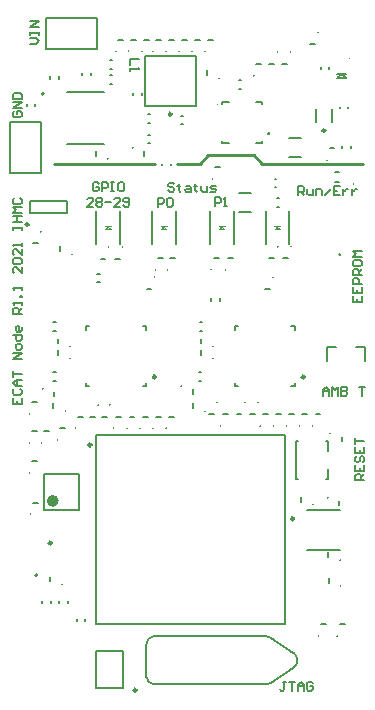
<source format=gto>
G04*
G04 #@! TF.GenerationSoftware,Altium Limited,Altium Designer,21.0.9 (235)*
G04*
G04 Layer_Color=65535*
%FSLAX25Y25*%
%MOIN*%
G70*
G04*
G04 #@! TF.SameCoordinates,4C2DBE1E-8494-471D-9509-704978DB3033*
G04*
G04*
G04 #@! TF.FilePolarity,Positive*
G04*
G01*
G75*
%ADD10C,0.00787*%
%ADD11C,0.00700*%
%ADD12C,0.00984*%
%ADD13C,0.00394*%
%ADD14C,0.00598*%
%ADD15C,0.01968*%
%ADD16C,0.00551*%
%ADD17C,0.00600*%
%ADD18C,0.00500*%
%ADD19C,0.00591*%
%ADD20C,0.01000*%
%ADD21C,0.00800*%
%ADD22C,0.00669*%
%ADD23C,0.00492*%
%ADD24R,0.00295X0.00886*%
%ADD25R,0.00295X0.00591*%
D10*
X9995Y40014D02*
G03*
X9995Y40014I-394J0D01*
G01*
X12165Y200512D02*
G03*
X12165Y200512I-394J0D01*
G01*
X29528Y86614D02*
X92520D01*
Y23622D02*
Y86614D01*
X29528Y23622D02*
X92520D01*
X29528D02*
Y86614D01*
X17324Y30706D02*
Y31494D01*
X20276Y30706D02*
Y31494D01*
X104429Y208703D02*
Y209490D01*
X107382Y208703D02*
Y209490D01*
X15354Y124311D02*
X16142D01*
X15354Y121358D02*
X16142D01*
X108268Y191142D02*
Y195472D01*
X102756Y191142D02*
Y195472D01*
X12205Y61820D02*
X24016D01*
Y73613D01*
X12205D02*
X24016D01*
X12205Y61820D02*
Y73613D01*
X95866Y102953D02*
Y104134D01*
Y121850D02*
Y123031D01*
X75787D02*
X76968D01*
X94685D02*
X95866D01*
X75787Y102953D02*
Y104134D01*
Y121850D02*
Y123031D01*
Y102953D02*
X76968D01*
X94685D02*
X95866D01*
X46260D02*
Y104134D01*
Y121850D02*
Y123031D01*
X26181D02*
X27362D01*
X45079D02*
X46260D01*
X26181Y102953D02*
Y104134D01*
Y121850D02*
Y123031D01*
Y102953D02*
X27362D01*
X45079D02*
X46260D01*
X71653Y184252D02*
X73819D01*
X82874D02*
X85039D01*
X82874Y197638D02*
X85039D01*
X71653D02*
X73819D01*
X71653Y197008D02*
Y197638D01*
Y184252D02*
Y184882D01*
X85039Y184252D02*
Y184882D01*
Y197008D02*
Y197638D01*
X77362Y202165D02*
X77756D01*
X77362Y204921D02*
X77756D01*
X113689Y195587D02*
Y195980D01*
X110933Y195587D02*
Y195980D01*
X89173Y172244D02*
X89567D01*
X89173Y169488D02*
X89567D01*
X23122Y24903D02*
Y25297D01*
X25878Y24903D02*
Y25297D01*
X25000Y206890D02*
Y207283D01*
X27756Y206890D02*
Y207283D01*
X51662Y176783D02*
Y177176D01*
X54418Y176783D02*
Y177176D01*
X47047Y186811D02*
X47441D01*
X47047Y184055D02*
X47441D01*
X45866Y196260D02*
X62795D01*
Y213189D01*
X45866D02*
X62795D01*
X45866Y196260D02*
Y213189D01*
X64173Y124311D02*
X64961D01*
X64173Y121358D02*
X64961D01*
X70755Y131496D02*
Y132283D01*
X67802Y131496D02*
Y132283D01*
X63779Y107776D02*
X64567D01*
X63779Y104823D02*
X64567D01*
X30006Y140576D02*
X30794D01*
X30006Y137624D02*
X30794D01*
X15354Y107776D02*
X16142D01*
X15354Y104823D02*
X16142D01*
X14676Y30706D02*
Y31494D01*
X11724Y30706D02*
Y31494D01*
X57874Y193209D02*
X58661D01*
X57874Y190256D02*
X58661D01*
X111516Y182283D02*
Y183071D01*
X114469Y182283D02*
Y183071D01*
X46850Y190650D02*
X47638D01*
X46850Y193602D02*
X47638D01*
X44783Y200000D02*
Y200787D01*
X41831Y200000D02*
Y200787D01*
X34252Y211713D02*
X35039D01*
X34252Y208760D02*
X35039D01*
X34252Y206594D02*
X35039D01*
X34252Y203642D02*
X35039D01*
X6424Y196306D02*
Y197094D01*
X9376Y196306D02*
Y197094D01*
X89764Y162697D02*
X90551D01*
X89764Y165650D02*
X90551D01*
X14272Y205512D02*
Y206299D01*
X17224Y205512D02*
Y206299D01*
X7698Y160731D02*
Y164669D01*
X19902Y160731D02*
Y164669D01*
X7698Y160731D02*
X19902D01*
X7698Y164669D02*
X19902D01*
X100000Y48425D02*
X111024D01*
X100000Y61811D02*
X111024D01*
X29672Y14702D02*
X38728D01*
X29672Y2498D02*
X38728D01*
X29672D02*
Y14702D01*
X38728Y2498D02*
Y14702D01*
X96260Y72047D02*
X96752D01*
X106398D02*
X106890D01*
Y81398D02*
Y84646D01*
Y72047D02*
Y75295D01*
X96260Y84646D02*
X96752D01*
X106398D02*
X106890D01*
X96260Y72047D02*
Y84646D01*
D11*
X82158Y206530D02*
G03*
X82158Y206530I-100J0D01*
G01*
X11400Y84200D02*
G03*
X11400Y84200I-100J0D01*
G01*
X103500Y221000D02*
G03*
X103500Y221000I-100J0D01*
G01*
X88682Y89801D02*
G03*
X88682Y89801I-100J0D01*
G01*
X33528Y178909D02*
G03*
X33528Y178909I-100J0D01*
G01*
X68567Y112373D02*
G03*
X68567Y112373I-100J0D01*
G01*
Y116310D02*
G03*
X68567Y116310I-100J0D01*
G01*
X83509Y97601D02*
G03*
X83509Y97601I-100J0D01*
G01*
X110000Y19722D02*
G03*
X110000Y19722I-100J0D01*
G01*
X103812D02*
G03*
X103812Y19722I-100J0D01*
G01*
X110969Y45050D02*
G03*
X110969Y45050I-100J0D01*
G01*
X111087Y36389D02*
G03*
X111087Y36389I-100J0D01*
G01*
X102032Y63554D02*
G03*
X102032Y63554I-100J0D01*
G01*
X106830Y65917D02*
G03*
X106830Y65917I-100J0D01*
G01*
X107617Y87233D02*
G03*
X107617Y87233I-100J0D01*
G01*
X84295Y89801D02*
G03*
X84295Y89801I-100J0D01*
G01*
X70010Y97601D02*
G03*
X70010Y97601I-100J0D01*
G01*
X53024Y89013D02*
G03*
X53024Y89013I-100J0D01*
G01*
X101843Y89801D02*
G03*
X101843Y89801I-100J0D01*
G01*
X97456D02*
G03*
X97456Y89801I-100J0D01*
G01*
X93069D02*
G03*
X93069Y89801I-100J0D01*
G01*
X79122Y97601D02*
G03*
X79122Y97601I-100J0D01*
G01*
X71135Y89801D02*
G03*
X71135Y89801I-100J0D01*
G01*
X35477Y89013D02*
G03*
X35477Y89013I-100J0D01*
G01*
X48637D02*
G03*
X48637Y89013I-100J0D01*
G01*
X39863D02*
G03*
X39863Y89013I-100J0D01*
G01*
X34183Y96813D02*
G03*
X34183Y96813I-100J0D01*
G01*
X22709Y89013D02*
G03*
X22709Y89013I-100J0D01*
G01*
X44251D02*
G03*
X44251Y89013I-100J0D01*
G01*
X58011Y102981D02*
G03*
X58011Y102981I-100J0D01*
G01*
X20929Y116310D02*
G03*
X20929Y116310I-100J0D01*
G01*
Y112373D02*
G03*
X20929Y112373I-100J0D01*
G01*
X19400Y94800D02*
G03*
X19400Y94800I-100J0D01*
G01*
X11800Y102200D02*
G03*
X11800Y102200I-100J0D01*
G01*
X7355Y93738D02*
G03*
X7355Y93738I-100J0D01*
G01*
X67985Y141887D02*
G03*
X67985Y141887I-100J0D01*
G01*
X72710D02*
G03*
X72710Y141887I-100J0D01*
G01*
X53418D02*
G03*
X53418Y141887I-100J0D01*
G01*
X49481Y141769D02*
G03*
X49481Y141769I-100J0D01*
G01*
X38514Y149452D02*
G03*
X38514Y149452I-100J0D01*
G01*
X33790D02*
G03*
X33790Y149452I-100J0D01*
G01*
X90089Y149569D02*
G03*
X90089Y149569I-100J0D01*
G01*
X94613D02*
G03*
X94613Y149569I-100J0D01*
G01*
X106568Y178384D02*
G03*
X106568Y178384I-100J0D01*
G01*
X115443Y170335D02*
G03*
X115443Y170335I-100J0D01*
G01*
X68379Y172084D02*
G03*
X68379Y172084I-100J0D01*
G01*
X90089Y214330D02*
G03*
X90089Y214330I-100J0D01*
G01*
X70535Y205680D02*
G03*
X70535Y205680I-100J0D01*
G01*
X21600Y147000D02*
G03*
X21600Y147000I-100J0D01*
G01*
X11300Y154500D02*
G03*
X11300Y154500I-100J0D01*
G01*
X30303Y96813D02*
G03*
X30303Y96813I-100J0D01*
G01*
X7355Y74053D02*
G03*
X7355Y74053I-100J0D01*
G01*
X7749Y60273D02*
G03*
X7749Y60273I-100J0D01*
G01*
X18173Y36946D02*
G03*
X18173Y36946I-100J0D01*
G01*
X16804Y85076D02*
G03*
X16804Y85076I-100J0D01*
G01*
X7355Y84200D02*
G03*
X7355Y84200I-100J0D01*
G01*
X65811Y94657D02*
G03*
X65811Y94657I-100J0D01*
G01*
X900Y174100D02*
X11300D01*
Y191100D01*
X900D02*
X11300D01*
X900Y174100D02*
Y191100D01*
X29900Y215500D02*
Y225900D01*
X12900D02*
X29900D01*
X12900Y215500D02*
Y225900D01*
Y215500D02*
X29900D01*
X94063Y185877D02*
X98063D01*
X94063Y179477D02*
X98063D01*
X109261Y174535D02*
X110442D01*
X109252Y171135D02*
X110433D01*
X30449Y170578D02*
X29949Y171078D01*
X28949D01*
X28449Y170578D01*
Y168579D01*
X28949Y168079D01*
X29949D01*
X30449Y168579D01*
Y169578D01*
X29449D01*
X31449Y168079D02*
Y171078D01*
X32948D01*
X33448Y170578D01*
Y169578D01*
X32948Y169079D01*
X31449D01*
X34448Y171078D02*
X35447D01*
X34947D01*
Y168079D01*
X34448D01*
X35447D01*
X38446Y171078D02*
X37446D01*
X36947Y170578D01*
Y168579D01*
X37446Y168079D01*
X38446D01*
X38946Y168579D01*
Y170578D01*
X38446Y171078D01*
X28699Y162800D02*
X26700D01*
X28699Y164799D01*
Y165299D01*
X28199Y165799D01*
X27200D01*
X26700Y165299D01*
X29699D02*
X30199Y165799D01*
X31199D01*
X31698Y165299D01*
Y164799D01*
X31199Y164299D01*
X31698Y163800D01*
Y163300D01*
X31199Y162800D01*
X30199D01*
X29699Y163300D01*
Y163800D01*
X30199Y164299D01*
X29699Y164799D01*
Y165299D01*
X30199Y164299D02*
X31199D01*
X32698D02*
X34697D01*
X37696Y162800D02*
X35697D01*
X37696Y164799D01*
Y165299D01*
X37197Y165799D01*
X36197D01*
X35697Y165299D01*
X38696Y163300D02*
X39196Y162800D01*
X40196D01*
X40696Y163300D01*
Y165299D01*
X40196Y165799D01*
X39196D01*
X38696Y165299D01*
Y164799D01*
X39196Y164299D01*
X40696D01*
X7601Y217100D02*
X9600D01*
X10600Y218100D01*
X9600Y219099D01*
X7601D01*
Y220099D02*
Y221099D01*
Y220599D01*
X10600D01*
Y220099D01*
Y221099D01*
Y222598D02*
X7601D01*
X10600Y224598D01*
X7601D01*
X2301Y194699D02*
X1801Y194200D01*
Y193200D01*
X2301Y192700D01*
X4300D01*
X4800Y193200D01*
Y194200D01*
X4300Y194699D01*
X3300D01*
Y193700D01*
X4800Y195699D02*
X1801D01*
X4800Y197698D01*
X1801D01*
Y198698D02*
X4800D01*
Y200198D01*
X4300Y200697D01*
X2301D01*
X1801Y200198D01*
Y198698D01*
X1813Y99156D02*
Y97157D01*
X4812D01*
Y99156D01*
X3312Y97157D02*
Y98156D01*
X2313Y102155D02*
X1813Y101655D01*
Y100656D01*
X2313Y100156D01*
X4312D01*
X4812Y100656D01*
Y101655D01*
X4312Y102155D01*
X4812Y103155D02*
X2812D01*
X1813Y104154D01*
X2812Y105154D01*
X4812D01*
X3312D01*
Y103155D01*
X1813Y106154D02*
Y108153D01*
Y107153D01*
X4812D01*
Y112152D02*
X1813D01*
X4812Y114151D01*
X1813D01*
X4812Y115651D02*
Y116650D01*
X4312Y117150D01*
X3312D01*
X2812Y116650D01*
Y115651D01*
X3312Y115151D01*
X4312D01*
X4812Y115651D01*
X1813Y120149D02*
X4812D01*
Y118650D01*
X4312Y118150D01*
X3312D01*
X2812Y118650D01*
Y120149D01*
X4812Y122649D02*
Y121649D01*
X4312Y121149D01*
X3312D01*
X2812Y121649D01*
Y122649D01*
X3312Y123148D01*
X3812D01*
Y121149D01*
X4812Y127147D02*
X1813D01*
Y128647D01*
X2313Y129146D01*
X3312D01*
X3812Y128647D01*
Y127147D01*
Y128147D02*
X4812Y129146D01*
Y130146D02*
Y131146D01*
Y130646D01*
X1813D01*
X2313Y130146D01*
X4812Y132645D02*
X4312D01*
Y133145D01*
X4812D01*
Y132645D01*
Y135144D02*
Y136144D01*
Y135644D01*
X1813D01*
X2313Y135144D01*
X4812Y142642D02*
Y140643D01*
X2812Y142642D01*
X2313D01*
X1813Y142142D01*
Y141142D01*
X2313Y140643D01*
Y143642D02*
X1813Y144141D01*
Y145141D01*
X2313Y145641D01*
X4312D01*
X4812Y145141D01*
Y144141D01*
X4312Y143642D01*
X2313D01*
X4812Y148640D02*
Y146641D01*
X2812Y148640D01*
X2313D01*
X1813Y148140D01*
Y147141D01*
X2313Y146641D01*
X4812Y149640D02*
Y150639D01*
Y150140D01*
X1813D01*
X2313Y149640D01*
X1813Y155138D02*
Y156138D01*
Y155638D01*
X4812D01*
Y155138D01*
Y156138D01*
X1813Y157637D02*
X4812D01*
X3312D01*
Y159636D01*
X1813D01*
X4812D01*
Y160636D02*
X1813D01*
X2812Y161636D01*
X1813Y162636D01*
X4812D01*
X2313Y165635D02*
X1813Y165135D01*
Y164135D01*
X2313Y163635D01*
X4312D01*
X4812Y164135D01*
Y165135D01*
X4312Y165635D01*
X115201Y132999D02*
Y131000D01*
X118200D01*
Y132999D01*
X116700Y131000D02*
Y132000D01*
X115201Y135998D02*
Y133999D01*
X118200D01*
Y135998D01*
X116700Y133999D02*
Y134999D01*
X118200Y136998D02*
X115201D01*
Y138498D01*
X115701Y138997D01*
X116700D01*
X117200Y138498D01*
Y136998D01*
X118200Y139997D02*
X115201D01*
Y141497D01*
X115701Y141996D01*
X116700D01*
X117200Y141497D01*
Y139997D01*
Y140997D02*
X118200Y141996D01*
X115201Y144496D02*
Y143496D01*
X115701Y142996D01*
X117700D01*
X118200Y143496D01*
Y144496D01*
X117700Y144995D01*
X115701D01*
X115201Y144496D01*
X118200Y145995D02*
X115201D01*
X116201Y146995D01*
X115201Y147994D01*
X118200D01*
X105400Y99800D02*
Y101799D01*
X106400Y102799D01*
X107399Y101799D01*
Y99800D01*
Y101300D01*
X105400D01*
X108399Y99800D02*
Y102799D01*
X109399Y101799D01*
X110398Y102799D01*
Y99800D01*
X111398Y102799D02*
Y99800D01*
X112898D01*
X113397Y100300D01*
Y100800D01*
X112898Y101300D01*
X111398D01*
X112898D01*
X113397Y101799D01*
Y102299D01*
X112898Y102799D01*
X111398D01*
X117396D02*
X119395D01*
X118396D01*
Y99800D01*
X119000Y71700D02*
X116001D01*
Y73199D01*
X116501Y73699D01*
X117500D01*
X118000Y73199D01*
Y71700D01*
Y72700D02*
X119000Y73699D01*
X116001Y76698D02*
Y74699D01*
X119000D01*
Y76698D01*
X117500Y74699D02*
Y75699D01*
X116501Y79697D02*
X116001Y79198D01*
Y78198D01*
X116501Y77698D01*
X117001D01*
X117500Y78198D01*
Y79198D01*
X118000Y79697D01*
X118500D01*
X119000Y79198D01*
Y78198D01*
X118500Y77698D01*
X116001Y82696D02*
Y80697D01*
X119000D01*
Y82696D01*
X117500Y80697D02*
Y81697D01*
X116001Y83696D02*
Y85695D01*
Y84696D01*
X119000D01*
X92799Y4499D02*
X91800D01*
X92299D01*
Y2000D01*
X91800Y1500D01*
X91300D01*
X90800Y2000D01*
X93799Y4499D02*
X95798D01*
X94799D01*
Y1500D01*
X96798D02*
Y3499D01*
X97798Y4499D01*
X98797Y3499D01*
Y1500D01*
Y2999D01*
X96798D01*
X101796Y3999D02*
X101297Y4499D01*
X100297D01*
X99797Y3999D01*
Y2000D01*
X100297Y1500D01*
X101297D01*
X101796Y2000D01*
Y2999D01*
X100797D01*
X69200Y163000D02*
Y165999D01*
X70700D01*
X71199Y165499D01*
Y164499D01*
X70700Y164000D01*
X69200D01*
X72199Y163000D02*
X73199D01*
X72699D01*
Y165999D01*
X72199Y165499D01*
X50100Y162800D02*
Y165799D01*
X51600D01*
X52099Y165299D01*
Y164299D01*
X51600Y163800D01*
X50100D01*
X53099Y165299D02*
X53599Y165799D01*
X54599D01*
X55098Y165299D01*
Y163300D01*
X54599Y162800D01*
X53599D01*
X53099Y163300D01*
Y165299D01*
X97000Y166600D02*
Y169599D01*
X98500D01*
X98999Y169099D01*
Y168099D01*
X98500Y167600D01*
X97000D01*
X98000D02*
X98999Y166600D01*
X99999Y168599D02*
Y167100D01*
X100499Y166600D01*
X101998D01*
Y168599D01*
X102998Y166600D02*
Y168599D01*
X104498D01*
X104997Y168099D01*
Y166600D01*
X105997D02*
X107996Y168599D01*
X110995Y169599D02*
X108996D01*
Y166600D01*
X110995D01*
X108996Y168099D02*
X109996D01*
X111995Y168599D02*
Y166600D01*
Y167600D01*
X112495Y168099D01*
X112995Y168599D01*
X113495D01*
X114994D02*
Y166600D01*
Y167600D01*
X115494Y168099D01*
X115994Y168599D01*
X116494D01*
X55699Y170299D02*
X55199Y170799D01*
X54200D01*
X53700Y170299D01*
Y169799D01*
X54200Y169299D01*
X55199D01*
X55699Y168800D01*
Y168300D01*
X55199Y167800D01*
X54200D01*
X53700Y168300D01*
X57199Y170299D02*
Y169799D01*
X56699D01*
X57699D01*
X57199D01*
Y168300D01*
X57699Y167800D01*
X59698Y169799D02*
X60698D01*
X61198Y169299D01*
Y167800D01*
X59698D01*
X59198Y168300D01*
X59698Y168800D01*
X61198D01*
X62697Y170299D02*
Y169799D01*
X62197D01*
X63197D01*
X62697D01*
Y168300D01*
X63197Y167800D01*
X64696Y169799D02*
Y168300D01*
X65196Y167800D01*
X66696D01*
Y169799D01*
X67695Y167800D02*
X69195D01*
X69695Y168300D01*
X69195Y168800D01*
X68195D01*
X67695Y169299D01*
X68195Y169799D01*
X69695D01*
X44019Y212236D02*
X41020D01*
Y210236D01*
Y209237D02*
Y208237D01*
Y208737D01*
X44019D01*
X43519Y209237D01*
D12*
X28051Y83465D02*
G03*
X28051Y83465I-492J0D01*
G01*
X106004Y188287D02*
G03*
X106004Y188287I-492J0D01*
G01*
X14764Y50787D02*
G03*
X14764Y50787I-492J0D01*
G01*
X99114Y106102D02*
G03*
X99114Y106102I-492J0D01*
G01*
X49508D02*
G03*
X49508Y106102I-492J0D01*
G01*
X54823Y193701D02*
G03*
X54823Y193701I-492J0D01*
G01*
X7107Y156893D02*
G03*
X7107Y156893I-492J0D01*
G01*
X95571Y58858D02*
G03*
X95571Y58858I-492J0D01*
G01*
X43058Y1710D02*
G03*
X43058Y1710I-492J0D01*
G01*
X87160Y187177D02*
G03*
X87160Y187177I-197J0D01*
G01*
D13*
X114319Y212351D02*
G03*
X114319Y212351I-197J0D01*
G01*
X70276Y197008D02*
G03*
X70276Y197008I-197J0D01*
G01*
D14*
X48878Y19673D02*
G03*
X46378Y17173I0J-2500D01*
G01*
Y6173D02*
G03*
X48878Y3673I2500J0D01*
G01*
X95478Y9273D02*
G03*
X95478Y14073I-1800J2400D01*
G01*
X87878Y19173D02*
G03*
X86378Y19673I-1500J-2000D01*
G01*
Y3673D02*
G03*
X87878Y4173I0J2500D01*
G01*
D15*
X16142Y64773D02*
G03*
X16142Y64773I-984J0D01*
G01*
D16*
X111102Y146831D02*
G03*
X111102Y146831I-276J0D01*
G01*
D17*
X49144Y139333D02*
G03*
X49144Y139333I-100J0D01*
G01*
X88514D02*
G03*
X88514Y139333I-100J0D01*
G01*
X53024Y214604D02*
G03*
X53024Y214604I-100J0D01*
G01*
X61686D02*
G03*
X61686Y214604I-100J0D01*
G01*
X94420Y214330D02*
G03*
X94420Y214330I-100J0D01*
G01*
X48694Y214604D02*
G03*
X48694Y214604I-100J0D01*
G01*
X44757D02*
G03*
X44757Y214604I-100J0D01*
G01*
X41869Y182509D02*
G03*
X41869Y182509I-100J0D01*
G01*
X40400Y214600D02*
G03*
X40400Y214600I-100J0D01*
G01*
X36100D02*
G03*
X36100Y214600I-100J0D01*
G01*
X66017Y214604D02*
G03*
X66017Y214604I-100J0D01*
G01*
X57355D02*
G03*
X57355Y214604I-100J0D01*
G01*
X87878Y19173D02*
X95378Y14173D01*
X87878Y4173D02*
X95378Y9173D01*
X48878Y19673D02*
X86378D01*
X48878Y3673D02*
X86378D01*
X46378Y6173D02*
Y17173D01*
D18*
X83058Y210430D02*
X84658D01*
X12299Y88100D02*
X13899D01*
X100801Y217100D02*
X102401D01*
X89582Y93701D02*
X91182D01*
X29527Y179908D02*
Y181508D01*
X19878Y201220D02*
X32090D01*
X19878Y183819D02*
X32090D01*
X64567Y113373D02*
Y114973D01*
Y117310D02*
Y118910D01*
X80809Y93700D02*
X82409D01*
X110899Y23622D02*
X112499D01*
X104711D02*
X106311D01*
X106969Y46050D02*
Y47650D01*
X107086Y37388D02*
Y38988D01*
X98031Y64554D02*
Y66154D01*
X110630Y63317D02*
Y64917D01*
X111418Y84634D02*
Y86234D01*
X85195Y93701D02*
X86795D01*
X67311Y93700D02*
X68911D01*
X53924Y92914D02*
X55524D01*
X102743Y93701D02*
X104343D01*
X98356D02*
X99956D01*
X93969D02*
X95569D01*
X76422Y93700D02*
X78022D01*
X72034Y93701D02*
X73634D01*
X36376Y92914D02*
X37976D01*
X49537D02*
X51137D01*
X40763D02*
X42363D01*
X31484Y92913D02*
X33084D01*
X23609Y92914D02*
X25209D01*
X45150D02*
X46750D01*
X61811Y100382D02*
Y101982D01*
X16929Y117310D02*
Y118910D01*
Y113373D02*
Y114973D01*
X15400Y95799D02*
Y97399D01*
X15600Y99601D02*
Y101201D01*
X8254Y97638D02*
X9854D01*
X68884Y145787D02*
X70484D01*
X73609D02*
X75209D01*
X54317D02*
X55918D01*
X50380Y145670D02*
X51981D01*
X46444Y135433D02*
X48044D01*
X35815Y145551D02*
X37415D01*
X31090D02*
X32690D01*
X87390Y145669D02*
X88990D01*
X91914D02*
X93514D01*
X85814Y135433D02*
X87414D01*
X107467Y182284D02*
X109067D01*
X69278Y175985D02*
X70878D01*
X53924Y218504D02*
X55524D01*
X62586D02*
X64186D01*
X91720Y210430D02*
X93320D01*
X87390D02*
X88990D01*
X66535Y206680D02*
Y208280D01*
X49593Y218504D02*
X51193D01*
X45656D02*
X47256D01*
X45670Y179909D02*
Y181509D01*
X17600Y147999D02*
Y149599D01*
X8601Y150600D02*
X10201D01*
X27603Y92913D02*
X29203D01*
X8254Y77953D02*
X9854D01*
X8648Y64174D02*
X10248D01*
X14173Y37945D02*
Y39545D01*
X17703Y88977D02*
X19303D01*
X8254Y88100D02*
X9854D01*
X61811Y95656D02*
Y97256D01*
X41300Y218500D02*
X42900D01*
X37000D02*
X38600D01*
X66916Y218504D02*
X68516D01*
X58255D02*
X59855D01*
D19*
X110039Y207185D02*
X112795D01*
X111417Y207087D02*
X112795Y205709D01*
X110039D02*
X111417Y207087D01*
X110039Y205709D02*
X112795D01*
D20*
X85039Y177165D02*
X118504D01*
X82284Y179921D02*
X85039Y177165D01*
X66929Y179921D02*
X82284D01*
X64173Y177165D02*
X66929Y179921D01*
X56693Y177165D02*
X64173D01*
X15682D02*
X49213D01*
D21*
X106692Y111405D02*
Y116205D01*
X109692D01*
X116292D02*
X119292D01*
Y111405D02*
Y116205D01*
X106692Y111405D02*
Y116205D01*
X109692D01*
X116292D02*
X119292D01*
Y111405D02*
Y116205D01*
D22*
X77165Y160925D02*
X81102D01*
X77165Y167421D02*
X81102D01*
X29646Y150394D02*
Y161417D01*
X37520Y150394D02*
Y161417D01*
X86102Y150394D02*
Y161417D01*
X93976Y150394D02*
Y161417D01*
X67546Y150394D02*
Y161417D01*
X75420Y150394D02*
Y161417D01*
X48202Y150394D02*
Y161417D01*
X56076Y150394D02*
Y161417D01*
D23*
X32598Y156398D02*
X34567D01*
X33583Y156201D02*
X34468Y155315D01*
X32697D02*
X34468D01*
X32697D02*
X33583Y156201D01*
X89055Y156398D02*
X91024D01*
X90039Y156201D02*
X90925Y155315D01*
X89153D02*
X90925D01*
X89153D02*
X90039Y156201D01*
X70499Y156398D02*
X72467D01*
X71483Y156201D02*
X72369Y155315D01*
X70597D02*
X72369D01*
X70597D02*
X71483Y156201D01*
X51155Y156398D02*
X53123D01*
X52139Y156201D02*
X53025Y155315D01*
X51253D02*
X53025D01*
X51253D02*
X52139Y156201D01*
D24*
X33435Y155758D02*
D03*
X89892D02*
D03*
X71335D02*
D03*
X51991D02*
D03*
D25*
X33730Y155610D02*
D03*
X90187D02*
D03*
X71631D02*
D03*
X52287D02*
D03*
M02*

</source>
